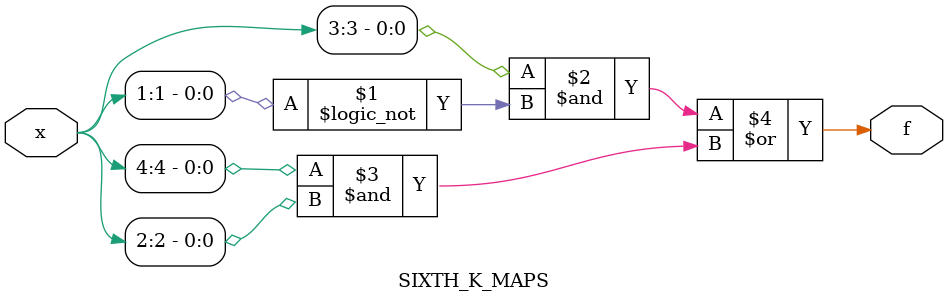
<source format=v>
module SIXTH_K_MAPS (
    input [4:1] x, 
    output f );
    assign f=(x[3]&(!x[1]))|(x[4]&(x[2]));
endmodule


</source>
